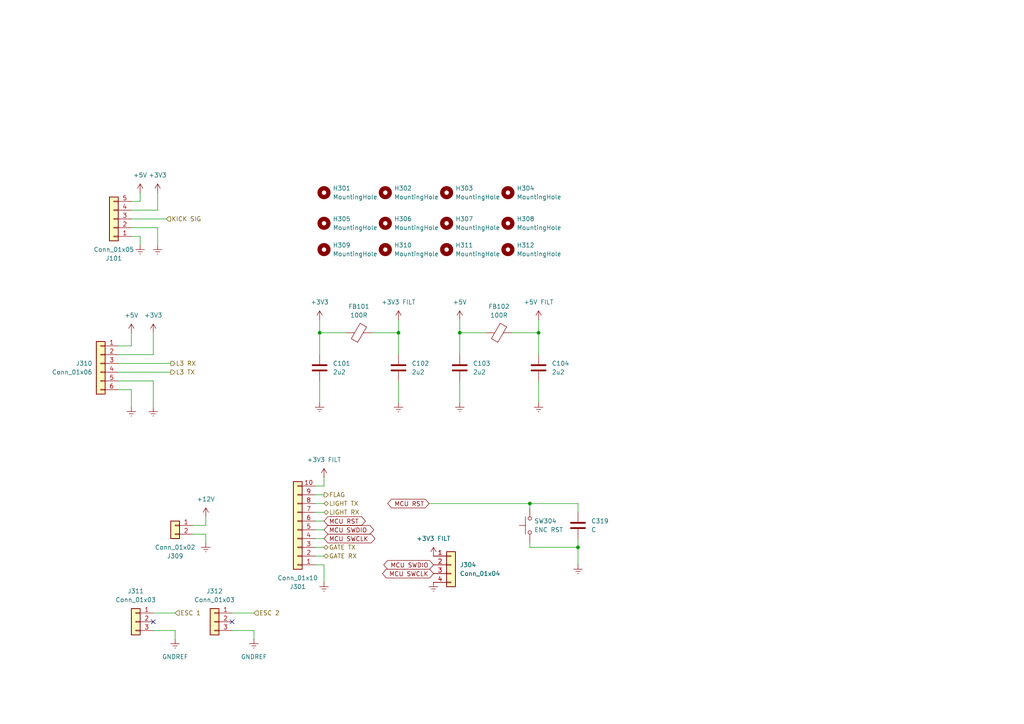
<source format=kicad_sch>
(kicad_sch (version 20250114) (generator "eeschema") (generator_version "9.0")
  (paper "A4")
  (lib_symbols
    (symbol "Connector_Generic:Conn_01x02" (pin_names (offset 1.016) (hide yes))
      (property "Reference" "J" (at 0 2.54 0))
      (property "Value" "Conn_01x02" (at 0 -5.08 0))
      (symbol "Conn_01x02_1_1"
        (rectangle (start -1.27 1.27) (end 1.27 -3.81) (stroke (width 0.254)) (fill (type background)))
        (rectangle (start -1.27 0.127) (end 0 -0.127) (stroke (width 0.1524)))
        (rectangle (start -1.27 -2.413) (end 0 -2.667) (stroke (width 0.1524)))
        (pin passive line (at -5.08 0 0) (length 3.81) (name "Pin_1") (number "1"))
        (pin passive line (at -5.08 -2.54 0) (length 3.81) (name "Pin_2") (number "2"))
      )
    )
    (symbol "Connector_Generic:Conn_01x03" (pin_names (offset 1.016) (hide yes))
      (property "Reference" "J" (at 0 5.08 0))
      (property "Value" "Conn_01x03" (at 0 -5.08 0))
      (symbol "Conn_01x03_1_1"
        (rectangle (start -1.27 3.81) (end 1.27 -3.81) (stroke (width 0.254)) (fill (type background)))
        (rectangle (start -1.27 2.667) (end 0 2.413) (stroke (width 0.1524)))
        (rectangle (start -1.27 0.127) (end 0 -0.127) (stroke (width 0.1524)))
        (rectangle (start -1.27 -2.413) (end 0 -2.667) (stroke (width 0.1524)))
        (pin passive line (at -5.08 2.54 0) (length 3.81) (name "Pin_1") (number "1"))
        (pin passive line (at -5.08 0 0) (length 3.81) (name "Pin_2") (number "2"))
        (pin passive line (at -5.08 -2.54 0) (length 3.81) (name "Pin_3") (number "3"))
      )
    )
    (symbol "Connector_Generic:Conn_01x04" (pin_names (offset 1.016) (hide yes))
      (property "Reference" "J" (at 0 5.08 0))
      (property "Value" "Conn_01x04" (at 0 -7.62 0))
      (symbol "Conn_01x04_1_1"
        (rectangle (start -1.27 3.81) (end 1.27 -6.35) (stroke (width 0.254)) (fill (type background)))
        (rectangle (start -1.27 2.667) (end 0 2.413) (stroke (width 0.1524)))
        (rectangle (start -1.27 0.127) (end 0 -0.127) (stroke (width 0.1524)))
        (rectangle (start -1.27 -2.413) (end 0 -2.667) (stroke (width 0.1524)))
        (rectangle (start -1.27 -4.953) (end 0 -5.207) (stroke (width 0.1524)))
        (pin passive line (at -5.08 2.54 0) (length 3.81) (name "Pin_1") (number "1"))
        (pin passive line (at -5.08 0 0) (length 3.81) (name "Pin_2") (number "2"))
        (pin passive line (at -5.08 -2.54 0) (length 3.81) (name "Pin_3") (number "3"))
        (pin passive line (at -5.08 -5.08 0) (length 3.81) (name "Pin_4") (number "4"))
      )
    )
    (symbol "Connector_Generic:Conn_01x05" (pin_names (offset 1.016) (hide yes))
      (property "Reference" "J" (at 0 7.62 0))
      (property "Value" "Conn_01x05" (at 0 -7.62 0))
      (symbol "Conn_01x05_1_1"
        (rectangle (start -1.27 6.35) (end 1.27 -6.35) (stroke (width 0.254)) (fill (type background)))
        (rectangle (start -1.27 5.207) (end 0 4.953) (stroke (width 0.1524)))
        (rectangle (start -1.27 2.667) (end 0 2.413) (stroke (width 0.1524)))
        (rectangle (start -1.27 0.127) (end 0 -0.127) (stroke (width 0.1524)))
        (rectangle (start -1.27 -2.413) (end 0 -2.667) (stroke (width 0.1524)))
        (rectangle (start -1.27 -4.953) (end 0 -5.207) (stroke (width 0.1524)))
        (pin passive line (at -5.08 5.08 0) (length 3.81) (name "Pin_1") (number "1"))
        (pin passive line (at -5.08 2.54 0) (length 3.81) (name "Pin_2") (number "2"))
        (pin passive line (at -5.08 0 0) (length 3.81) (name "Pin_3") (number "3"))
        (pin passive line (at -5.08 -2.54 0) (length 3.81) (name "Pin_4") (number "4"))
        (pin passive line (at -5.08 -5.08 0) (length 3.81) (name "Pin_5") (number "5"))
      )
    )
    (symbol "Connector_Generic:Conn_01x06" (pin_names (offset 1.016) (hide yes))
      (property "Reference" "J" (at 0 7.62 0))
      (property "Value" "Conn_01x06" (at 0 -10.16 0))
      (symbol "Conn_01x06_1_1"
        (rectangle (start -1.27 6.35) (end 1.27 -8.89) (stroke (width 0.254)) (fill (type background)))
        (rectangle (start -1.27 5.207) (end 0 4.953) (stroke (width 0.1524)))
        (rectangle (start -1.27 2.667) (end 0 2.413) (stroke (width 0.1524)))
        (rectangle (start -1.27 0.127) (end 0 -0.127) (stroke (width 0.1524)))
        (rectangle (start -1.27 -2.413) (end 0 -2.667) (stroke (width 0.1524)))
        (rectangle (start -1.27 -4.953) (end 0 -5.207) (stroke (width 0.1524)))
        (rectangle (start -1.27 -7.493) (end 0 -7.747) (stroke (width 0.1524)))
        (pin passive line (at -5.08 5.08 0) (length 3.81) (name "Pin_1") (number "1"))
        (pin passive line (at -5.08 2.54 0) (length 3.81) (name "Pin_2") (number "2"))
        (pin passive line (at -5.08 0 0) (length 3.81) (name "Pin_3") (number "3"))
        (pin passive line (at -5.08 -2.54 0) (length 3.81) (name "Pin_4") (number "4"))
        (pin passive line (at -5.08 -5.08 0) (length 3.81) (name "Pin_5") (number "5"))
        (pin passive line (at -5.08 -7.62 0) (length 3.81) (name "Pin_6") (number "6"))
      )
    )
    (symbol "Connector_Generic:Conn_01x10" (pin_names (offset 1.016) (hide yes))
      (property "Reference" "J" (at 0 12.7 0))
      (property "Value" "Conn_01x10" (at 0 -15.24 0))
      (symbol "Conn_01x10_1_1"
        (rectangle (start -1.27 11.43) (end 1.27 -13.97) (stroke (width 0.254)) (fill (type background)))
        (rectangle (start -1.27 10.287) (end 0 10.033) (stroke (width 0.1524)))
        (rectangle (start -1.27 7.747) (end 0 7.493) (stroke (width 0.1524)))
        (rectangle (start -1.27 5.207) (end 0 4.953) (stroke (width 0.1524)))
        (rectangle (start -1.27 2.667) (end 0 2.413) (stroke (width 0.1524)))
        (rectangle (start -1.27 0.127) (end 0 -0.127) (stroke (width 0.1524)))
        (rectangle (start -1.27 -2.413) (end 0 -2.667) (stroke (width 0.1524)))
        (rectangle (start -1.27 -4.953) (end 0 -5.207) (stroke (width 0.1524)))
        (rectangle (start -1.27 -7.493) (end 0 -7.747) (stroke (width 0.1524)))
        (rectangle (start -1.27 -10.033) (end 0 -10.287) (stroke (width 0.1524)))
        (rectangle (start -1.27 -12.573) (end 0 -12.827) (stroke (width 0.1524)))
        (pin passive line (at -5.08 10.16 0) (length 3.81) (name "Pin_1") (number "1"))
        (pin passive line (at -5.08 7.62 0) (length 3.81) (name "Pin_2") (number "2"))
        (pin passive line (at -5.08 5.08 0) (length 3.81) (name "Pin_3") (number "3"))
        (pin passive line (at -5.08 2.54 0) (length 3.81) (name "Pin_4") (number "4"))
        (pin passive line (at -5.08 0 0) (length 3.81) (name "Pin_5") (number "5"))
        (pin passive line (at -5.08 -2.54 0) (length 3.81) (name "Pin_6") (number "6"))
        (pin passive line (at -5.08 -5.08 0) (length 3.81) (name "Pin_7") (number "7"))
        (pin passive line (at -5.08 -7.62 0) (length 3.81) (name "Pin_8") (number "8"))
        (pin passive line (at -5.08 -10.16 0) (length 3.81) (name "Pin_9") (number "9"))
        (pin passive line (at -5.08 -12.7 0) (length 3.81) (name "Pin_10") (number "10"))
      )
    )
    (symbol "Device:C" (pin_numbers (hide yes)) (pin_names (offset 0.254))
      (property "Reference" "C" (at 0.635 2.54 0))
      (property "Value" "C" (at 0.635 -2.54 0))
      (symbol "C_0_1"
        (polyline (pts (xy -2.032 0.762) (xy 2.032 0.762)) (stroke (width 0.508)))
        (polyline (pts (xy -2.032 -0.762) (xy 2.032 -0.762)) (stroke (width 0.508)))
      )
      (symbol "C_1_1"
        (pin passive line (at 0 3.81 270) (length 2.794) (name "~") (number "1"))
        (pin passive line (at 0 -3.81 90) (length 2.794) (name "~") (number "2"))
      )
    )
    (symbol "Device:FerriteBead" (pin_numbers (hide yes)) (pin_names (offset 0))
      (property "Reference" "FB" (at -3.81 0.635 90))
      (property "Value" "FerriteBead" (at 3.81 0 90))
      (symbol "FerriteBead_0_1"
        (polyline (pts (xy -2.7686 0.4064) (xy -1.7018 2.2606) (xy 2.7686 -0.3048) (xy 1.6764 -2.159) (xy -2.7686 0.4064)))
        (polyline (pts (xy 0 1.27) (xy 0 1.2954)))
        (polyline (pts (xy 0 -1.27) (xy 0 -1.2192)))
      )
      (symbol "FerriteBead_1_1"
        (pin passive line (at 0 3.81 270) (length 2.54) (name "~") (number "1"))
        (pin passive line (at 0 -3.81 90) (length 2.54) (name "~") (number "2"))
      )
    )
    (symbol "Mechanical:MountingHole" (pin_names (offset 1.016))
      (property "Reference" "H" (at 0 5.08 0))
      (property "Value" "MountingHole" (at 0 3.175 0))
      (symbol "MountingHole_0_1"
        (circle (center 0 0) (radius 1.27) (stroke (width 1.27)))
      )
    )
    (symbol "Switch:SW_Push" (pin_numbers (hide yes)) (pin_names (offset 1.016) (hide yes))
      (property "Reference" "SW" (at 1.27 2.54 0))
      (property "Value" "SW_Push" (at 0 -1.524 0))
      (symbol "SW_Push_0_1"
        (circle (center -2.032 0) (radius 0.508))
        (polyline (pts (xy 0 1.27) (xy 0 3.048)))
        (circle (center 2.032 0) (radius 0.508))
        (polyline (pts (xy 2.54 1.27) (xy -2.54 1.27)))
        (pin passive line (at -5.08 0 0) (length 2.54) (name "1") (number "1"))
        (pin passive line (at 5.08 0 180) (length 2.54) (name "2") (number "2"))
      )
    )
    (symbol "power:+12V" (power) (pin_numbers (hide yes)) (pin_names (offset 0) (hide yes))
      (property "Value" "+12V" (at 0 3.556 0))
      (symbol "+12V_0_1"
        (polyline (pts (xy -0.762 1.27) (xy 0 2.54)))
        (polyline (pts (xy 0 2.54) (xy 0.762 1.27)))
        (polyline (pts (xy 0 0) (xy 0 2.54)))
      )
      (symbol "+12V_1_1"
        (pin power_in line (at 0 0 90) (length 0) (name "~") (number "1"))
      )
    )
    (symbol "power:+3V3" (power) (pin_numbers (hide yes)) (pin_names (offset 0) (hide yes))
      (property "Value" "+3V3" (at 0 3.556 0))
      (symbol "+3V3_0_1"
        (polyline (pts (xy -0.762 1.27) (xy 0 2.54)))
        (polyline (pts (xy 0 2.54) (xy 0.762 1.27)))
        (polyline (pts (xy 0 0) (xy 0 2.54)))
      )
      (symbol "+3V3_1_1"
        (pin power_in line (at 0 0 90) (length 0) (name "~") (number "1"))
      )
    )
    (symbol "power:+5V" (power) (pin_numbers (hide yes)) (pin_names (offset 0) (hide yes))
      (property "Value" "+5V" (at 0 3.556 0))
      (symbol "+5V_0_1"
        (polyline (pts (xy -0.762 1.27) (xy 0 2.54)))
        (polyline (pts (xy 0 2.54) (xy 0.762 1.27)))
        (polyline (pts (xy 0 0) (xy 0 2.54)))
      )
      (symbol "+5V_1_1"
        (pin power_in line (at 0 0 90) (length 0) (name "~") (number "1"))
      )
    )
    (symbol "power:GNDREF" (power) (pin_numbers (hide yes)) (pin_names (offset 0) (hide yes))
      (property "Value" "GNDREF" (at 0 -3.81 0))
      (symbol "GNDREF_0_1"
        (polyline (pts (xy -0.635 -1.905) (xy 0.635 -1.905)))
        (polyline (pts (xy -0.127 -2.54) (xy 0.127 -2.54)))
        (polyline (pts (xy 0 -1.27) (xy 0 0)))
        (polyline (pts (xy 1.27 -1.27) (xy -1.27 -1.27)))
      )
      (symbol "GNDREF_1_1"
        (pin power_in line (at 0 0 270) (length 0) (name "~") (number "1"))
      )
    )
  )
  (junction (at 156.21 96.52))
  (junction (at 92.71 96.52))
  (junction (at 153.67 146.05))
  (junction (at 115.57 96.52))
  (junction (at 133.35 96.52))
  (junction (at 167.64 158.75))
  (no_connect (at 67.31 180.34))
  (no_connect (at 44.45 180.34))
  (wire (pts (xy 44.45 110.49) (xy 44.45 118.11)))
  (wire (pts (xy 73.66 182.88) (xy 67.31 182.88)))
  (wire (pts (xy 38.1 63.5) (xy 48.26 63.5)))
  (wire (pts (xy 59.69 152.4) (xy 55.88 152.4)))
  (wire (pts (xy 93.98 143.51) (xy 91.44 143.51)))
  (wire (pts (xy 38.1 113.03) (xy 38.1 118.11)))
  (wire (pts (xy 91.44 163.83) (xy 93.98 163.83)))
  (wire (pts (xy 93.98 148.59) (xy 91.44 148.59)))
  (wire (pts (xy 93.98 151.13) (xy 91.44 151.13)))
  (wire (pts (xy 50.8 182.88) (xy 44.45 182.88)))
  (wire (pts (xy 92.71 96.52) (xy 92.71 102.87)))
  (wire (pts (xy 153.67 158.75) (xy 167.64 158.75)))
  (wire (pts (xy 93.98 163.83) (xy 93.98 168.91)))
  (wire (pts (xy 44.45 177.8) (xy 50.8 177.8)))
  (wire (pts (xy 133.35 110.49) (xy 133.35 116.84)))
  (wire (pts (xy 133.35 92.71) (xy 133.35 96.52)))
  (wire (pts (xy 59.69 157.48) (xy 59.69 154.94)))
  (wire (pts (xy 34.29 110.49) (xy 44.45 110.49)))
  (wire (pts (xy 45.72 55.88) (xy 45.72 60.96)))
  (wire (pts (xy 92.71 92.71) (xy 92.71 96.52)))
  (wire (pts (xy 73.66 182.88) (xy 73.66 185.42)))
  (wire (pts (xy 167.64 156.21) (xy 167.64 158.75)))
  (wire (pts (xy 93.98 146.05) (xy 91.44 146.05)))
  (wire (pts (xy 92.71 96.52) (xy 100.33 96.52)))
  (wire (pts (xy 153.67 146.05) (xy 167.64 146.05)))
  (wire (pts (xy 34.29 113.03) (xy 38.1 113.03)))
  (wire (pts (xy 133.35 96.52) (xy 140.97 96.52)))
  (wire (pts (xy 156.21 96.52) (xy 156.21 102.87)))
  (wire (pts (xy 67.31 177.8) (xy 73.66 177.8)))
  (wire (pts (xy 34.29 107.95) (xy 49.53 107.95)))
  (wire (pts (xy 167.64 158.75) (xy 167.64 163.83)))
  (wire (pts (xy 133.35 96.52) (xy 133.35 102.87)))
  (wire (pts (xy 156.21 92.71) (xy 156.21 96.52)))
  (wire (pts (xy 34.29 100.33) (xy 38.1 100.33)))
  (wire (pts (xy 92.71 110.49) (xy 92.71 116.84)))
  (wire (pts (xy 91.44 140.97) (xy 93.98 140.97)))
  (wire (pts (xy 50.8 185.42) (xy 50.8 182.88)))
  (wire (pts (xy 40.64 55.88) (xy 40.64 58.42)))
  (wire (pts (xy 153.67 157.48) (xy 153.67 158.75)))
  (wire (pts (xy 115.57 110.49) (xy 115.57 116.84)))
  (wire (pts (xy 93.98 153.67) (xy 91.44 153.67)))
  (wire (pts (xy 34.29 105.41) (xy 49.53 105.41)))
  (wire (pts (xy 115.57 96.52) (xy 115.57 102.87)))
  (wire (pts (xy 91.44 158.75) (xy 93.98 158.75)))
  (wire (pts (xy 93.98 138.43) (xy 93.98 140.97)))
  (wire (pts (xy 156.21 110.49) (xy 156.21 116.84)))
  (wire (pts (xy 124.46 146.05) (xy 153.67 146.05)))
  (wire (pts (xy 107.95 96.52) (xy 115.57 96.52)))
  (wire (pts (xy 167.64 146.05) (xy 167.64 148.59)))
  (wire (pts (xy 115.57 92.71) (xy 115.57 96.52)))
  (wire (pts (xy 153.67 146.05) (xy 153.67 147.32)))
  (wire (pts (xy 59.69 149.86) (xy 59.69 152.4)))
  (wire (pts (xy 45.72 71.12) (xy 45.72 66.04)))
  (wire (pts (xy 34.29 102.87) (xy 44.45 102.87)))
  (wire (pts (xy 93.98 156.21) (xy 91.44 156.21)))
  (wire (pts (xy 38.1 60.96) (xy 45.72 60.96)))
  (wire (pts (xy 40.64 71.12) (xy 40.64 68.58)))
  (wire (pts (xy 59.69 154.94) (xy 55.88 154.94)))
  (wire (pts (xy 148.59 96.52) (xy 156.21 96.52)))
  (wire (pts (xy 38.1 68.58) (xy 40.64 68.58)))
  (wire (pts (xy 38.1 100.33) (xy 38.1 96.52)))
  (wire (pts (xy 38.1 66.04) (xy 45.72 66.04)))
  (wire (pts (xy 44.45 102.87) (xy 44.45 96.52)))
  (wire (pts (xy 91.44 161.29) (xy 93.98 161.29)))
  (wire (pts (xy 38.1 58.42) (xy 40.64 58.42)))
  (global_label "MCU RST" (shape bidirectional) (at 124.46 146.05 180) (property "Intersheetrefs" "${INTERSHEET_REFS}" (effects (hide yes))))
  (global_label "MCU SWCLK" (shape bidirectional) (at 93.98 156.21 0) (property "Intersheetrefs" "${INTERSHEET_REFS}" (effects (hide yes))))
  (global_label "MCU RST" (shape bidirectional) (at 93.98 151.13 0) (property "Intersheetrefs" "${INTERSHEET_REFS}" (effects (hide yes))))
  (global_label "MCU SWCLK" (shape bidirectional) (at 125.73 166.37 180) (property "Intersheetrefs" "${INTERSHEET_REFS}" (effects (hide yes))))
  (global_label "MCU SWDIO" (shape bidirectional) (at 93.98 153.67 0) (property "Intersheetrefs" "${INTERSHEET_REFS}" (effects (hide yes))))
  (global_label "MCU SWDIO" (shape bidirectional) (at 125.73 163.83 180) (property "Intersheetrefs" "${INTERSHEET_REFS}" (effects (hide yes))))
  (hierarchical_label "KICK SIG" (shape input) (at 48.26 63.5 0))
  (hierarchical_label "ESC 1" (shape input) (at 50.8 177.8 0))
  (hierarchical_label "GATE TX" (shape bidirectional) (at 93.9303 158.75 0))
  (hierarchical_label "GATE RX" (shape bidirectional) (at 93.98 161.29 0))
  (hierarchical_label "LIGHT TX" (shape bidirectional) (at 93.98 146.05 0))
  (hierarchical_label "FLAG" (shape output) (at 93.98 143.51 0))
  (hierarchical_label "L3 RX" (shape output) (at 49.53 105.41 0))
  (hierarchical_label "L3 TX" (shape output) (at 49.53 107.95 0))
  (hierarchical_label "ESC 2" (shape input) (at 73.66 177.8 0))
  (hierarchical_label "LIGHT RX" (shape bidirectional) (at 93.98 148.59 0))
  (symbol (lib_id "power:+3V3") (at 125.73 161.29 0) (unit 1)
    (property "Reference" "#PWR0357" (effects (hide yes)))
    (property "Value" "+3V3 FILT" (at 125.73 156.21 0))
    (property "Description" "Power symbol creates a global label with name \"+3V3\"" (effects (hide yes)))
  )
  (symbol (lib_id "Connector_Generic:Conn_01x04") (at 130.81 163.83 0) (unit 1)
    (property "Reference" "J304" (at 133.35 163.8299 0) (effects (justify left)))
    (property "Value" "Conn_01x04" (at 133.35 166.3699 0) (effects (justify left)))
    (property "Footprint" "Connector_PinHeader_2.54mm:PinHeader_1x04_P2.54mm_Vertical" (effects (hide yes)))
    (property "Description" "Generic connector, single row, 01x04, script generated (kicad-library-utils/schlib/autogen/connector/)" (effects (hide yes)))
  )
  (symbol (lib_id "Mechanical:MountingHole") (at 147.32 64.77 0) (unit 1)
    (property "Reference" "H308" (at 149.86 63.4999 0) (effects (justify left)))
    (property "Value" "MountingHole" (at 149.86 66.0399 0) (effects (justify left)))
    (property "Footprint" "MountingHole:MountingHole_3.2mm_M3_Pad_Via" (effects (hide yes)))
    (property "Description" "Mounting Hole without connection" (effects (hide yes)))
  )
  (symbol (lib_id "power:+3V3") (at 93.98 138.43 0) (unit 1)
    (property "Reference" "#PWR0319" (effects (hide yes)))
    (property "Value" "+3V3 FILT" (at 93.98 133.35 0))
    (property "Description" "Power symbol creates a global label with name \"+3V3\"" (effects (hide yes)))
  )
  (symbol (lib_id "power:+5V") (at 38.1 96.52 0) (unit 1)
    (property "Reference" "#PWR05" (effects (hide yes)))
    (property "Value" "+5V" (at 38.1 91.44 0))
    (property "Description" "Power symbol creates a global label with name \"+5V\"" (effects (hide yes)))
  )
  (symbol (lib_id "Mechanical:MountingHole") (at 147.32 55.88 0) (unit 1)
    (property "Reference" "H304" (at 149.86 54.6099 0) (effects (justify left)))
    (property "Value" "MountingHole" (at 149.86 57.1499 0) (effects (justify left)))
    (property "Footprint" "MountingHole:MountingHole_3.2mm_M3_Pad_Via" (effects (hide yes)))
    (property "Description" "Mounting Hole without connection" (effects (hide yes)))
  )
  (symbol (lib_id "Connector_Generic:Conn_01x03") (at 39.37 180.34 0) (mirror y) (unit 1)
    (property "Reference" "J311" (at 39.37 171.45 0))
    (property "Value" "Conn_01x03" (at 39.37 173.99 0))
    (property "Footprint" "Connector_PinHeader_2.54mm:PinHeader_1x03_P2.54mm_Vertical" (effects (hide yes)))
    (property "Description" "Generic connector, single row, 01x03, script generated (kicad-library-utils/schlib/autogen/connector/)" (effects (hide yes)))
  )
  (symbol (lib_id "power:+12V") (at 59.69 149.86 0) (unit 1)
    (property "Reference" "#PWR0353" (effects (hide yes)))
    (property "Value" "+12V" (at 59.69 144.78 0))
    (property "Description" "Power symbol creates a global label with name \"+12V\"" (effects (hide yes)))
  )
  (symbol (lib_id "power:+3V3") (at 92.71 92.71 0) (unit 1)
    (property "Reference" "#PWR0106" (effects (hide yes)))
    (property "Value" "+3V3" (at 92.71 87.63 0))
    (property "Description" "Power symbol creates a global label with name \"+3V3\"" (effects (hide yes)))
  )
  (symbol (lib_id "power:GNDREF") (at 73.66 185.42 0) (unit 1)
    (property "Reference" "#PWR0370" (effects (hide yes)))
    (property "Value" "GNDREF" (at 73.66 190.5 0))
    (property "Description" "Power symbol creates a global label with name \"GNDREF\" , reference supply ground" (effects (hide yes)))
  )
  (symbol (lib_id "Connector_Generic:Conn_01x03") (at 62.23 180.34 0) (mirror y) (unit 1)
    (property "Reference" "J312" (at 62.23 171.45 0))
    (property "Value" "Conn_01x03" (at 62.23 173.99 0))
    (property "Footprint" "Connector_PinHeader_2.54mm:PinHeader_1x03_P2.54mm_Vertical" (effects (hide yes)))
    (property "Description" "Generic connector, single row, 01x03, script generated (kicad-library-utils/schlib/autogen/connector/)" (effects (hide yes)))
  )
  (symbol (lib_id "power:GNDREF") (at 92.71 116.84 0) (unit 1)
    (property "Reference" "#PWR0112" (effects (hide yes)))
    (property "Value" "GNDREF" (effects (hide yes)))
    (property "Description" "Power symbol creates a global label with name \"GNDREF\" , reference supply ground" (effects (hide yes)))
  )
  (symbol (lib_id "Mechanical:MountingHole") (at 93.98 64.77 0) (unit 1)
    (property "Reference" "H305" (at 96.52 63.4999 0) (effects (justify left)))
    (property "Value" "MountingHole" (at 96.52 66.0399 0) (effects (justify left)))
    (property "Footprint" "MountingHole:MountingHole_3.2mm_M3_Pad_Via" (effects (hide yes)))
    (property "Description" "Mounting Hole without connection" (effects (hide yes)))
  )
  (symbol (lib_id "Device:C") (at 167.64 152.4 0) (unit 1)
    (property "Reference" "C319" (at 171.45 151.1299 0) (effects (justify left)))
    (property "Value" "C" (at 171.45 153.6699 0) (effects (justify left)))
    (property "Footprint" "Library:cap0603" (effects (hide yes)))
    (property "Description" "Unpolarized capacitor" (effects (hide yes)))
  )
  (symbol (lib_id "power:GNDREF") (at 133.35 116.84 0) (unit 1)
    (property "Reference" "#PWR0114" (effects (hide yes)))
    (property "Value" "GNDREF" (effects (hide yes)))
    (property "Description" "Power symbol creates a global label with name \"GNDREF\" , reference supply ground" (effects (hide yes)))
  )
  (symbol (lib_id "power:GNDREF") (at 156.21 116.84 0) (unit 1)
    (property "Reference" "#PWR0115" (effects (hide yes)))
    (property "Value" "GNDREF" (effects (hide yes)))
    (property "Description" "Power symbol creates a global label with name \"GNDREF\" , reference supply ground" (effects (hide yes)))
  )
  (symbol (lib_id "Device:C") (at 115.57 106.68 0) (mirror y) (unit 1)
    (property "Reference" "C102" (at 119.38 105.4099 0) (effects (justify right)))
    (property "Value" "2u2" (at 119.38 107.9499 0) (effects (justify right)))
    (property "Footprint" "Library:cap0603" (effects (hide yes)))
    (property "Description" "Unpolarized capacitor" (effects (hide yes)))
  )
  (symbol (lib_id "Device:C") (at 156.21 106.68 0) (mirror y) (unit 1)
    (property "Reference" "C104" (at 160.02 105.4099 0) (effects (justify right)))
    (property "Value" "2u2" (at 160.02 107.9499 0) (effects (justify right)))
    (property "Footprint" "Library:cap0603" (effects (hide yes)))
    (property "Description" "Unpolarized capacitor" (effects (hide yes)))
  )
  (symbol (lib_id "power:GNDREF") (at 50.8 185.42 0) (unit 1)
    (property "Reference" "#PWR0369" (effects (hide yes)))
    (property "Value" "GNDREF" (at 50.8 190.5 0))
    (property "Description" "Power symbol creates a global label with name \"GNDREF\" , reference supply ground" (effects (hide yes)))
  )
  (symbol (lib_id "Connector_Generic:Conn_01x05") (at 33.02 63.5 180) (unit 1)
    (property "Reference" "J101" (at 33.02 74.93 0))
    (property "Value" "Conn_01x05" (at 33.02 72.39 0))
    (property "Footprint" "Connector_JST:JST_XH_B5B-XH-A_1x05_P2.50mm_Vertical" (effects (hide yes)))
    (property "Description" "Generic connector, single row, 01x05, script generated (kicad-library-utils/schlib/autogen/connector/)" (effects (hide yes)))
  )
  (symbol (lib_id "Device:C") (at 133.35 106.68 0) (mirror y) (unit 1)
    (property "Reference" "C103" (at 137.16 105.4099 0) (effects (justify right)))
    (property "Value" "2u2" (at 137.16 107.9499 0) (effects (justify right)))
    (property "Footprint" "Library:cap0603" (effects (hide yes)))
    (property "Description" "Unpolarized capacitor" (effects (hide yes)))
  )
  (symbol (lib_id "power:+3V3") (at 44.45 96.52 0) (unit 1)
    (property "Reference" "#PWR026" (effects (hide yes)))
    (property "Value" "+3V3" (at 44.45 91.44 0))
    (property "Description" "Power symbol creates a global label with name \"+3V3\"" (effects (hide yes)))
  )
  (symbol (lib_id "power:+3V3") (at 115.57 92.71 0) (unit 1)
    (property "Reference" "#PWR0366" (effects (hide yes)))
    (property "Value" "+3V3 FILT" (at 115.57 87.63 0))
    (property "Description" "Power symbol creates a global label with name \"+3V3\"" (effects (hide yes)))
  )
  (symbol (lib_id "Connector_Generic:Conn_01x06") (at 29.21 105.41 0) (mirror y) (unit 1)
    (property "Reference" "J310" (at 26.8138 105.4099 0) (effects (justify left)))
    (property "Value" "Conn_01x06" (at 26.8138 107.9499 0) (effects (justify left)))
    (property "Footprint" "Connector_JST:JST_XH_S6B-XH-A_1x06_P2.50mm_Horizontal" (effects (hide yes)))
    (property "Description" "Generic connector, single row, 01x06, script generated (kicad-library-utils/schlib/autogen/connector/)" (effects (hide yes)))
  )
  (symbol (lib_id "Mechanical:MountingHole") (at 93.98 55.88 0) (unit 1)
    (property "Reference" "H301" (at 96.52 54.6099 0) (effects (justify left)))
    (property "Value" "MountingHole" (at 96.52 57.1499 0) (effects (justify left)))
    (property "Footprint" "MountingHole:MountingHole_3.2mm_M3_Pad_Via" (effects (hide yes)))
    (property "Description" "Mounting Hole without connection" (effects (hide yes)))
  )
  (symbol (lib_id "Mechanical:MountingHole") (at 93.98 72.39 0) (unit 1)
    (property "Reference" "H309" (at 96.52 71.1199 0) (effects (justify left)))
    (property "Value" "MountingHole" (at 96.52 73.6599 0) (effects (justify left)))
    (property "Footprint" "MountingHole:MountingHole_3.2mm_M3_Pad_Via" (effects (hide yes)))
    (property "Description" "Mounting Hole without connection" (effects (hide yes)))
  )
  (symbol (lib_id "power:GNDREF") (at 167.64 163.83 0) (unit 1)
    (property "Reference" "#PWR0356" (effects (hide yes)))
    (property "Value" "GNDREF" (effects (hide yes)))
    (property "Description" "Power symbol creates a global label with name \"GNDREF\" , reference supply ground" (effects (hide yes)))
  )
  (symbol (lib_id "Mechanical:MountingHole") (at 129.54 72.39 0) (unit 1)
    (property "Reference" "H311" (at 132.08 71.1199 0) (effects (justify left)))
    (property "Value" "MountingHole" (at 132.08 73.6599 0) (effects (justify left)))
    (property "Footprint" "MountingHole:MountingHole_3.2mm_M3_Pad_Via" (effects (hide yes)))
    (property "Description" "Mounting Hole without connection" (effects (hide yes)))
  )
  (symbol (lib_id "Mechanical:MountingHole") (at 129.54 64.77 0) (unit 1)
    (property "Reference" "H307" (at 132.08 63.4999 0) (effects (justify left)))
    (property "Value" "MountingHole" (at 132.08 66.0399 0) (effects (justify left)))
    (property "Footprint" "MountingHole:MountingHole_3.2mm_M3_Pad_Via" (effects (hide yes)))
    (property "Description" "Mounting Hole without connection" (effects (hide yes)))
  )
  (symbol (lib_id "power:GNDREF") (at 125.73 168.91 0) (unit 1)
    (property "Reference" "#PWR0358" (effects (hide yes)))
    (property "Value" "GNDREF" (effects (hide yes)))
    (property "Description" "Power symbol creates a global label with name \"GNDREF\" , reference supply ground" (effects (hide yes)))
  )
  (symbol (lib_id "power:GNDREF") (at 38.1 118.11 0) (unit 1)
    (property "Reference" "#PWR027" (effects (hide yes)))
    (property "Value" "GNDREF" (effects (hide yes)))
    (property "Description" "Power symbol creates a global label with name \"GNDREF\" , reference supply ground" (effects (hide yes)))
  )
  (symbol (lib_id "Device:FerriteBead") (at 104.14 96.52 90) (unit 1)
    (property "Reference" "FB101" (at 104.0892 88.9 90))
    (property "Value" "100R" (at 104.0892 91.44 90))
    (property "Footprint" "Library:fb0805" (effects (hide yes)))
    (property "Description" "Ferrite bead" (effects (hide yes)))
  )
  (symbol (lib_id "Mechanical:MountingHole") (at 111.76 72.39 0) (unit 1)
    (property "Reference" "H310" (at 114.3 71.1199 0) (effects (justify left)))
    (property "Value" "MountingHole" (at 114.3 73.6599 0) (effects (justify left)))
    (property "Footprint" "MountingHole:MountingHole_3.2mm_M3_Pad_Via" (effects (hide yes)))
    (property "Description" "Mounting Hole without connection" (effects (hide yes)))
  )
  (symbol (lib_id "power:GNDREF") (at 44.45 118.11 0) (unit 1)
    (property "Reference" "#PWR013" (effects (hide yes)))
    (property "Value" "GNDREF" (effects (hide yes)))
    (property "Description" "Power symbol creates a global label with name \"GNDREF\" , reference supply ground" (effects (hide yes)))
  )
  (symbol (lib_id "power:GNDREF") (at 40.64 71.12 0) (mirror y) (unit 1)
    (property "Reference" "#PWR0103" (effects (hide yes)))
    (property "Value" "GNDREF" (effects (hide yes)))
    (property "Description" "Power symbol creates a global label with name \"GNDREF\" , reference supply ground" (effects (hide yes)))
  )
  (symbol (lib_id "power:+5V") (at 156.21 92.71 0) (unit 1)
    (property "Reference" "#PWR0109" (effects (hide yes)))
    (property "Value" "+5V FILT" (at 156.21 87.63 0))
    (property "Description" "Power symbol creates a global label with name \"+5V\"" (effects (hide yes)))
  )
  (symbol (lib_id "Connector_Generic:Conn_01x10") (at 86.36 153.67 180) (unit 1)
    (property "Reference" "J301" (at 86.36 170.18 0))
    (property "Value" "Conn_01x10" (at 86.36 167.64 0))
    (property "Footprint" "Library:526101071" (effects (hide yes)))
    (property "Description" "Generic connector, single row, 01x10, script generated (kicad-library-utils/schlib/autogen/connector/)" (effects (hide yes)))
  )
  (symbol (lib_id "Device:C") (at 92.71 106.68 0) (mirror y) (unit 1)
    (property "Reference" "C101" (at 96.52 105.4099 0) (effects (justify right)))
    (property "Value" "2u2" (at 96.52 107.9499 0) (effects (justify right)))
    (property "Footprint" "Library:cap0603" (effects (hide yes)))
    (property "Description" "Unpolarized capacitor" (effects (hide yes)))
  )
  (symbol (lib_id "power:+5V") (at 133.35 92.71 0) (unit 1)
    (property "Reference" "#PWR0108" (effects (hide yes)))
    (property "Value" "+5V" (at 133.35 87.63 0))
    (property "Description" "Power symbol creates a global label with name \"+5V\"" (effects (hide yes)))
  )
  (symbol (lib_id "Mechanical:MountingHole") (at 111.76 64.77 0) (unit 1)
    (property "Reference" "H306" (at 114.3 63.4999 0) (effects (justify left)))
    (property "Value" "MountingHole" (at 114.3 66.0399 0) (effects (justify left)))
    (property "Footprint" "MountingHole:MountingHole_3.2mm_M3_Pad_Via" (effects (hide yes)))
    (property "Description" "Mounting Hole without connection" (effects (hide yes)))
  )
  (symbol (lib_id "power:+5V") (at 40.64 55.88 0) (unit 1)
    (property "Reference" "#PWR0101" (effects (hide yes)))
    (property "Value" "+5V" (at 40.64 50.8 0))
    (property "Description" "Power symbol creates a global label with name \"+5V\"" (effects (hide yes)))
  )
  (symbol (lib_id "power:GNDREF") (at 45.72 71.12 0) (mirror y) (unit 1)
    (property "Reference" "#PWR0104" (effects (hide yes)))
    (property "Value" "GNDREF" (effects (hide yes)))
    (property "Description" "Power symbol creates a global label with name \"GNDREF\" , reference supply ground" (effects (hide yes)))
  )
  (symbol (lib_id "Mechanical:MountingHole") (at 129.54 55.88 0) (unit 1)
    (property "Reference" "H303" (at 132.08 54.6099 0) (effects (justify left)))
    (property "Value" "MountingHole" (at 132.08 57.1499 0) (effects (justify left)))
    (property "Footprint" "MountingHole:MountingHole_3.2mm_M3_Pad_Via" (effects (hide yes)))
    (property "Description" "Mounting Hole without connection" (effects (hide yes)))
  )
  (symbol (lib_id "power:GNDREF") (at 59.69 157.48 0) (unit 1)
    (property "Reference" "#PWR0354" (effects (hide yes)))
    (property "Value" "GNDREF" (effects (hide yes)))
    (property "Description" "Power symbol creates a global label with name \"GNDREF\" , reference supply ground" (effects (hide yes)))
  )
  (symbol (lib_id "power:GNDREF") (at 115.57 116.84 0) (unit 1)
    (property "Reference" "#PWR0113" (effects (hide yes)))
    (property "Value" "GNDREF" (effects (hide yes)))
    (property "Description" "Power symbol creates a global label with name \"GNDREF\" , reference supply ground" (effects (hide yes)))
  )
  (symbol (lib_id "Switch:SW_Push") (at 153.67 152.4 90) (unit 1)
    (property "Reference" "SW304" (at 154.94 151.1299 90) (effects (justify right)))
    (property "Value" "ENC RST" (at 154.94 153.6699 90) (effects (justify right)))
    (property "Footprint" "Button_Switch_THT:SW_PUSH_6mm" (effects (hide yes)))
    (property "Description" "Push button switch, generic, two pins" (effects (hide yes)))
  )
  (symbol (lib_id "power:GNDREF") (at 93.98 168.91 0) (unit 1)
    (property "Reference" "#PWR0328" (effects (hide yes)))
    (property "Value" "GNDREF" (effects (hide yes)))
    (property "Description" "Power symbol creates a global label with name \"GNDREF\" , reference supply ground" (effects (hide yes)))
  )
  (symbol (lib_id "Mechanical:MountingHole") (at 147.32 72.39 0) (unit 1)
    (property "Reference" "H312" (at 149.86 71.1199 0) (effects (justify left)))
    (property "Value" "MountingHole" (at 149.86 73.6599 0) (effects (justify left)))
    (property "Footprint" "MountingHole:MountingHole_3.2mm_M3_Pad_Via" (effects (hide yes)))
    (property "Description" "Mounting Hole without connection" (effects (hide yes)))
  )
  (symbol (lib_id "Connector_Generic:Conn_01x02") (at 50.8 152.4 0) (mirror y) (unit 1)
    (property "Reference" "J309" (at 50.8 161.29 0))
    (property "Value" "Conn_01x02" (at 50.8 158.75 0))
    (property "Footprint" "Library:xt30-f" (effects (hide yes)))
    (property "Description" "Generic connector, single row, 01x02, script generated (kicad-library-utils/schlib/autogen/connector/)" (effects (hide yes)))
  )
  (symbol (lib_id "Mechanical:MountingHole") (at 111.76 55.88 0) (unit 1)
    (property "Reference" "H302" (at 114.3 54.6099 0) (effects (justify left)))
    (property "Value" "MountingHole" (at 114.3 57.1499 0) (effects (justify left)))
    (property "Footprint" "MountingHole:MountingHole_3.2mm_M3_Pad_Via" (effects (hide yes)))
    (property "Description" "Mounting Hole without connection" (effects (hide yes)))
  )
  (symbol (lib_id "power:+3V3") (at 45.72 55.88 0) (unit 1)
    (property "Reference" "#PWR0102" (effects (hide yes)))
    (property "Value" "+3V3" (at 45.72 50.8 0))
    (property "Description" "Power symbol creates a global label with name \"+3V3\"" (effects (hide yes)))
  )
  (symbol (lib_id "Device:FerriteBead") (at 144.78 96.52 90) (unit 1)
    (property "Reference" "FB102" (at 144.7292 88.9 90))
    (property "Value" "100R" (at 144.7292 91.44 90))
    (property "Footprint" "Library:fb0805" (effects (hide yes)))
    (property "Description" "Ferrite bead" (effects (hide yes)))
  )
)
</source>
